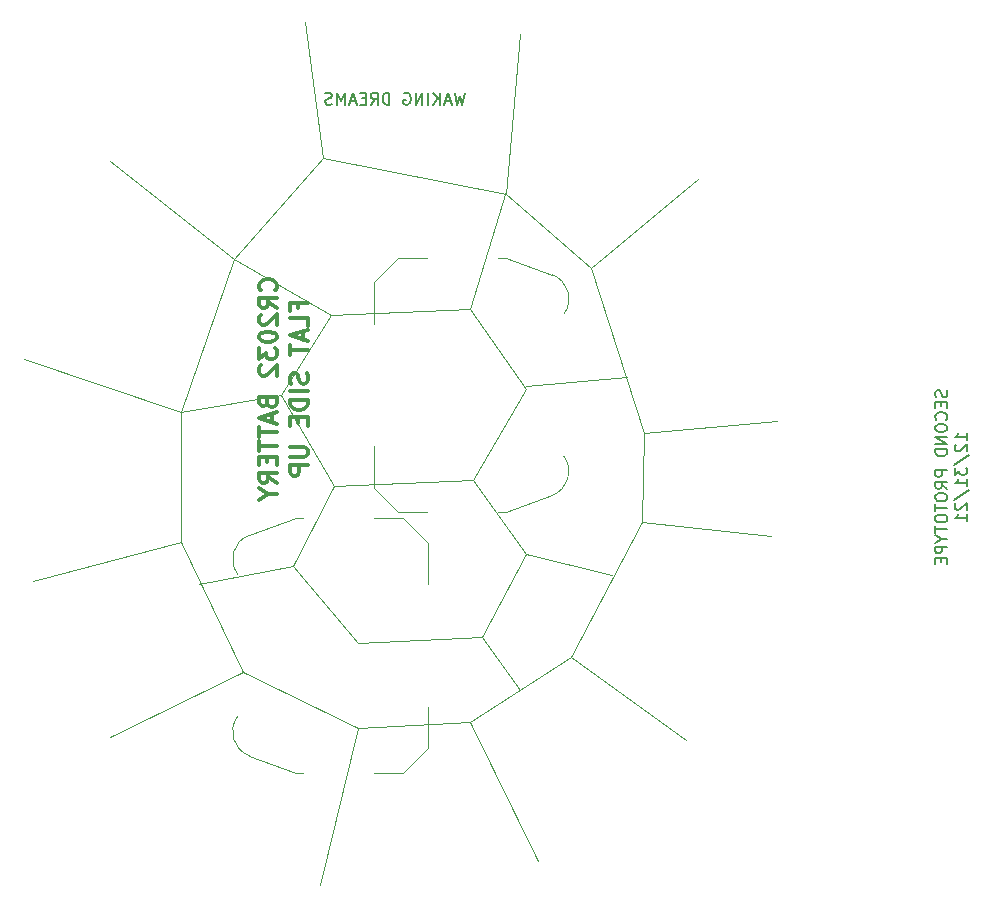
<source format=gbr>
G04 #@! TF.GenerationSoftware,KiCad,Pcbnew,(5.1.12-1-10_14)*
G04 #@! TF.CreationDate,2021-12-30T21:01:29-05:00*
G04 #@! TF.ProjectId,blinky,626c696e-6b79-42e6-9b69-6361645f7063,rev?*
G04 #@! TF.SameCoordinates,Original*
G04 #@! TF.FileFunction,Legend,Bot*
G04 #@! TF.FilePolarity,Positive*
%FSLAX46Y46*%
G04 Gerber Fmt 4.6, Leading zero omitted, Abs format (unit mm)*
G04 Created by KiCad (PCBNEW (5.1.12-1-10_14)) date 2021-12-30 21:01:29*
%MOMM*%
%LPD*%
G01*
G04 APERTURE LIST*
%ADD10C,0.150000*%
%ADD11C,0.120000*%
%ADD12C,0.375000*%
G04 APERTURE END LIST*
D10*
X128329761Y-118142857D02*
X128377380Y-118285714D01*
X128377380Y-118523809D01*
X128329761Y-118619047D01*
X128282142Y-118666666D01*
X128186904Y-118714285D01*
X128091666Y-118714285D01*
X127996428Y-118666666D01*
X127948809Y-118619047D01*
X127901190Y-118523809D01*
X127853571Y-118333333D01*
X127805952Y-118238095D01*
X127758333Y-118190476D01*
X127663095Y-118142857D01*
X127567857Y-118142857D01*
X127472619Y-118190476D01*
X127425000Y-118238095D01*
X127377380Y-118333333D01*
X127377380Y-118571428D01*
X127425000Y-118714285D01*
X127853571Y-119142857D02*
X127853571Y-119476190D01*
X128377380Y-119619047D02*
X128377380Y-119142857D01*
X127377380Y-119142857D01*
X127377380Y-119619047D01*
X128282142Y-120619047D02*
X128329761Y-120571428D01*
X128377380Y-120428571D01*
X128377380Y-120333333D01*
X128329761Y-120190476D01*
X128234523Y-120095238D01*
X128139285Y-120047619D01*
X127948809Y-120000000D01*
X127805952Y-120000000D01*
X127615476Y-120047619D01*
X127520238Y-120095238D01*
X127425000Y-120190476D01*
X127377380Y-120333333D01*
X127377380Y-120428571D01*
X127425000Y-120571428D01*
X127472619Y-120619047D01*
X127377380Y-121238095D02*
X127377380Y-121428571D01*
X127425000Y-121523809D01*
X127520238Y-121619047D01*
X127710714Y-121666666D01*
X128044047Y-121666666D01*
X128234523Y-121619047D01*
X128329761Y-121523809D01*
X128377380Y-121428571D01*
X128377380Y-121238095D01*
X128329761Y-121142857D01*
X128234523Y-121047619D01*
X128044047Y-121000000D01*
X127710714Y-121000000D01*
X127520238Y-121047619D01*
X127425000Y-121142857D01*
X127377380Y-121238095D01*
X128377380Y-122095238D02*
X127377380Y-122095238D01*
X128377380Y-122666666D01*
X127377380Y-122666666D01*
X128377380Y-123142857D02*
X127377380Y-123142857D01*
X127377380Y-123380952D01*
X127425000Y-123523809D01*
X127520238Y-123619047D01*
X127615476Y-123666666D01*
X127805952Y-123714285D01*
X127948809Y-123714285D01*
X128139285Y-123666666D01*
X128234523Y-123619047D01*
X128329761Y-123523809D01*
X128377380Y-123380952D01*
X128377380Y-123142857D01*
X128377380Y-124904761D02*
X127377380Y-124904761D01*
X127377380Y-125285714D01*
X127425000Y-125380952D01*
X127472619Y-125428571D01*
X127567857Y-125476190D01*
X127710714Y-125476190D01*
X127805952Y-125428571D01*
X127853571Y-125380952D01*
X127901190Y-125285714D01*
X127901190Y-124904761D01*
X128377380Y-126476190D02*
X127901190Y-126142857D01*
X128377380Y-125904761D02*
X127377380Y-125904761D01*
X127377380Y-126285714D01*
X127425000Y-126380952D01*
X127472619Y-126428571D01*
X127567857Y-126476190D01*
X127710714Y-126476190D01*
X127805952Y-126428571D01*
X127853571Y-126380952D01*
X127901190Y-126285714D01*
X127901190Y-125904761D01*
X127377380Y-127095238D02*
X127377380Y-127285714D01*
X127425000Y-127380952D01*
X127520238Y-127476190D01*
X127710714Y-127523809D01*
X128044047Y-127523809D01*
X128234523Y-127476190D01*
X128329761Y-127380952D01*
X128377380Y-127285714D01*
X128377380Y-127095238D01*
X128329761Y-127000000D01*
X128234523Y-126904761D01*
X128044047Y-126857142D01*
X127710714Y-126857142D01*
X127520238Y-126904761D01*
X127425000Y-127000000D01*
X127377380Y-127095238D01*
X127377380Y-127809523D02*
X127377380Y-128380952D01*
X128377380Y-128095238D02*
X127377380Y-128095238D01*
X127377380Y-128904761D02*
X127377380Y-129095238D01*
X127425000Y-129190476D01*
X127520238Y-129285714D01*
X127710714Y-129333333D01*
X128044047Y-129333333D01*
X128234523Y-129285714D01*
X128329761Y-129190476D01*
X128377380Y-129095238D01*
X128377380Y-128904761D01*
X128329761Y-128809523D01*
X128234523Y-128714285D01*
X128044047Y-128666666D01*
X127710714Y-128666666D01*
X127520238Y-128714285D01*
X127425000Y-128809523D01*
X127377380Y-128904761D01*
X127377380Y-129619047D02*
X127377380Y-130190476D01*
X128377380Y-129904761D02*
X127377380Y-129904761D01*
X127901190Y-130714285D02*
X128377380Y-130714285D01*
X127377380Y-130380952D02*
X127901190Y-130714285D01*
X127377380Y-131047619D01*
X128377380Y-131380952D02*
X127377380Y-131380952D01*
X127377380Y-131761904D01*
X127425000Y-131857142D01*
X127472619Y-131904761D01*
X127567857Y-131952380D01*
X127710714Y-131952380D01*
X127805952Y-131904761D01*
X127853571Y-131857142D01*
X127901190Y-131761904D01*
X127901190Y-131380952D01*
X127853571Y-132380952D02*
X127853571Y-132714285D01*
X128377380Y-132857142D02*
X128377380Y-132380952D01*
X127377380Y-132380952D01*
X127377380Y-132857142D01*
X130027380Y-122357142D02*
X130027380Y-121785714D01*
X130027380Y-122071428D02*
X129027380Y-122071428D01*
X129170238Y-121976190D01*
X129265476Y-121880952D01*
X129313095Y-121785714D01*
X129122619Y-122738095D02*
X129075000Y-122785714D01*
X129027380Y-122880952D01*
X129027380Y-123119047D01*
X129075000Y-123214285D01*
X129122619Y-123261904D01*
X129217857Y-123309523D01*
X129313095Y-123309523D01*
X129455952Y-123261904D01*
X130027380Y-122690476D01*
X130027380Y-123309523D01*
X128979761Y-124452380D02*
X130265476Y-123595238D01*
X129027380Y-124690476D02*
X129027380Y-125309523D01*
X129408333Y-124976190D01*
X129408333Y-125119047D01*
X129455952Y-125214285D01*
X129503571Y-125261904D01*
X129598809Y-125309523D01*
X129836904Y-125309523D01*
X129932142Y-125261904D01*
X129979761Y-125214285D01*
X130027380Y-125119047D01*
X130027380Y-124833333D01*
X129979761Y-124738095D01*
X129932142Y-124690476D01*
X130027380Y-126261904D02*
X130027380Y-125690476D01*
X130027380Y-125976190D02*
X129027380Y-125976190D01*
X129170238Y-125880952D01*
X129265476Y-125785714D01*
X129313095Y-125690476D01*
X128979761Y-127404761D02*
X130265476Y-126547619D01*
X129122619Y-127690476D02*
X129075000Y-127738095D01*
X129027380Y-127833333D01*
X129027380Y-128071428D01*
X129075000Y-128166666D01*
X129122619Y-128214285D01*
X129217857Y-128261904D01*
X129313095Y-128261904D01*
X129455952Y-128214285D01*
X130027380Y-127642857D01*
X130027380Y-128261904D01*
X130027380Y-129214285D02*
X130027380Y-128642857D01*
X130027380Y-128928571D02*
X129027380Y-128928571D01*
X129170238Y-128833333D01*
X129265476Y-128738095D01*
X129313095Y-128642857D01*
D11*
X73000000Y-133000000D02*
X65000000Y-134500000D01*
X72000000Y-118500000D02*
X63500000Y-120000000D01*
X76250000Y-111750000D02*
X68000000Y-107000000D01*
X88000000Y-111250000D02*
X91000000Y-101250000D01*
X92750000Y-117750000D02*
X101250000Y-117000000D01*
X92750000Y-132000000D02*
X100000000Y-133750000D01*
X89000000Y-139000000D02*
X92250000Y-143500000D01*
X92750000Y-132000000D02*
X88250000Y-125750000D01*
X89000000Y-139000000D02*
X92750000Y-132000000D01*
X78500000Y-139500000D02*
X89000000Y-139000000D01*
X73000000Y-133000000D02*
X78500000Y-139500000D01*
X76500000Y-126250000D02*
X73000000Y-133000000D01*
X72000000Y-118500000D02*
X76250000Y-111750000D01*
X76500000Y-126250000D02*
X72000000Y-118500000D01*
X88250000Y-125750000D02*
X76500000Y-126250000D01*
X92750000Y-118000000D02*
X88250000Y-125750000D01*
X88000000Y-111250000D02*
X92750000Y-118000000D01*
X76250000Y-111750000D02*
X88000000Y-111250000D01*
X75500000Y-98500000D02*
X91000000Y-101500000D01*
X91000000Y-101500000D02*
X92250000Y-88000000D01*
X98250000Y-107750000D02*
X91000000Y-101500000D01*
X98250000Y-107750000D02*
X107250000Y-100250000D01*
X102750000Y-121750000D02*
X98250000Y-107750000D01*
X102750000Y-121750000D02*
X114000000Y-120750000D01*
X102500000Y-129250000D02*
X102750000Y-121750000D01*
X102500000Y-129250000D02*
X113500000Y-130500000D01*
X96500000Y-140750000D02*
X102500000Y-129250000D01*
X96500000Y-140750000D02*
X106250000Y-147750000D01*
X88000000Y-146250000D02*
X96500000Y-140750000D01*
X88000000Y-146250000D02*
X93750000Y-158000000D01*
X78500000Y-146750000D02*
X88000000Y-146250000D01*
X78500000Y-146750000D02*
X75250000Y-160000000D01*
X68750000Y-142000000D02*
X78500000Y-146750000D01*
X68750000Y-142000000D02*
X57500000Y-147500000D01*
X63500000Y-131000000D02*
X68750000Y-142000000D01*
X63500000Y-131000000D02*
X51000000Y-134250000D01*
X63500000Y-120000000D02*
X63500000Y-131000000D01*
X63500000Y-120000000D02*
X50250000Y-115500000D01*
X68000000Y-107000000D02*
X63500000Y-120000000D01*
X68000000Y-107000000D02*
X57500000Y-98750000D01*
X75500000Y-98500000D02*
X68000000Y-107000000D01*
X74000000Y-87000000D02*
X75500000Y-98500000D01*
D10*
X87528571Y-92952380D02*
X87290476Y-93952380D01*
X87100000Y-93238095D01*
X86909523Y-93952380D01*
X86671428Y-92952380D01*
X86338095Y-93666666D02*
X85861904Y-93666666D01*
X86433333Y-93952380D02*
X86100000Y-92952380D01*
X85766666Y-93952380D01*
X85433333Y-93952380D02*
X85433333Y-92952380D01*
X84861904Y-93952380D02*
X85290476Y-93380952D01*
X84861904Y-92952380D02*
X85433333Y-93523809D01*
X84433333Y-93952380D02*
X84433333Y-92952380D01*
X83957142Y-93952380D02*
X83957142Y-92952380D01*
X83385714Y-93952380D01*
X83385714Y-92952380D01*
X82385714Y-93000000D02*
X82480952Y-92952380D01*
X82623809Y-92952380D01*
X82766666Y-93000000D01*
X82861904Y-93095238D01*
X82909523Y-93190476D01*
X82957142Y-93380952D01*
X82957142Y-93523809D01*
X82909523Y-93714285D01*
X82861904Y-93809523D01*
X82766666Y-93904761D01*
X82623809Y-93952380D01*
X82528571Y-93952380D01*
X82385714Y-93904761D01*
X82338095Y-93857142D01*
X82338095Y-93523809D01*
X82528571Y-93523809D01*
X81147619Y-93952380D02*
X81147619Y-92952380D01*
X80909523Y-92952380D01*
X80766666Y-93000000D01*
X80671428Y-93095238D01*
X80623809Y-93190476D01*
X80576190Y-93380952D01*
X80576190Y-93523809D01*
X80623809Y-93714285D01*
X80671428Y-93809523D01*
X80766666Y-93904761D01*
X80909523Y-93952380D01*
X81147619Y-93952380D01*
X79576190Y-93952380D02*
X79909523Y-93476190D01*
X80147619Y-93952380D02*
X80147619Y-92952380D01*
X79766666Y-92952380D01*
X79671428Y-93000000D01*
X79623809Y-93047619D01*
X79576190Y-93142857D01*
X79576190Y-93285714D01*
X79623809Y-93380952D01*
X79671428Y-93428571D01*
X79766666Y-93476190D01*
X80147619Y-93476190D01*
X79147619Y-93428571D02*
X78814285Y-93428571D01*
X78671428Y-93952380D02*
X79147619Y-93952380D01*
X79147619Y-92952380D01*
X78671428Y-92952380D01*
X78290476Y-93666666D02*
X77814285Y-93666666D01*
X78385714Y-93952380D02*
X78052380Y-92952380D01*
X77719047Y-93952380D01*
X77385714Y-93952380D02*
X77385714Y-92952380D01*
X77052380Y-93666666D01*
X76719047Y-92952380D01*
X76719047Y-93952380D01*
X76290476Y-93904761D02*
X76147619Y-93952380D01*
X75909523Y-93952380D01*
X75814285Y-93904761D01*
X75766666Y-93857142D01*
X75719047Y-93761904D01*
X75719047Y-93666666D01*
X75766666Y-93571428D01*
X75814285Y-93523809D01*
X75909523Y-93476190D01*
X76100000Y-93428571D01*
X76195238Y-93380952D01*
X76242857Y-93333333D01*
X76290476Y-93238095D01*
X76290476Y-93142857D01*
X76242857Y-93047619D01*
X76195238Y-93000000D01*
X76100000Y-92952380D01*
X75861904Y-92952380D01*
X75719047Y-93000000D01*
D12*
X71473214Y-109678571D02*
X71544642Y-109607142D01*
X71616071Y-109392857D01*
X71616071Y-109250000D01*
X71544642Y-109035714D01*
X71401785Y-108892857D01*
X71258928Y-108821428D01*
X70973214Y-108750000D01*
X70758928Y-108750000D01*
X70473214Y-108821428D01*
X70330357Y-108892857D01*
X70187500Y-109035714D01*
X70116071Y-109250000D01*
X70116071Y-109392857D01*
X70187500Y-109607142D01*
X70258928Y-109678571D01*
X71616071Y-111178571D02*
X70901785Y-110678571D01*
X71616071Y-110321428D02*
X70116071Y-110321428D01*
X70116071Y-110892857D01*
X70187500Y-111035714D01*
X70258928Y-111107142D01*
X70401785Y-111178571D01*
X70616071Y-111178571D01*
X70758928Y-111107142D01*
X70830357Y-111035714D01*
X70901785Y-110892857D01*
X70901785Y-110321428D01*
X70258928Y-111750000D02*
X70187500Y-111821428D01*
X70116071Y-111964285D01*
X70116071Y-112321428D01*
X70187500Y-112464285D01*
X70258928Y-112535714D01*
X70401785Y-112607142D01*
X70544642Y-112607142D01*
X70758928Y-112535714D01*
X71616071Y-111678571D01*
X71616071Y-112607142D01*
X70116071Y-113535714D02*
X70116071Y-113678571D01*
X70187500Y-113821428D01*
X70258928Y-113892857D01*
X70401785Y-113964285D01*
X70687500Y-114035714D01*
X71044642Y-114035714D01*
X71330357Y-113964285D01*
X71473214Y-113892857D01*
X71544642Y-113821428D01*
X71616071Y-113678571D01*
X71616071Y-113535714D01*
X71544642Y-113392857D01*
X71473214Y-113321428D01*
X71330357Y-113250000D01*
X71044642Y-113178571D01*
X70687500Y-113178571D01*
X70401785Y-113250000D01*
X70258928Y-113321428D01*
X70187500Y-113392857D01*
X70116071Y-113535714D01*
X70116071Y-114535714D02*
X70116071Y-115464285D01*
X70687500Y-114964285D01*
X70687500Y-115178571D01*
X70758928Y-115321428D01*
X70830357Y-115392857D01*
X70973214Y-115464285D01*
X71330357Y-115464285D01*
X71473214Y-115392857D01*
X71544642Y-115321428D01*
X71616071Y-115178571D01*
X71616071Y-114750000D01*
X71544642Y-114607142D01*
X71473214Y-114535714D01*
X70258928Y-116035714D02*
X70187500Y-116107142D01*
X70116071Y-116250000D01*
X70116071Y-116607142D01*
X70187500Y-116750000D01*
X70258928Y-116821428D01*
X70401785Y-116892857D01*
X70544642Y-116892857D01*
X70758928Y-116821428D01*
X71616071Y-115964285D01*
X71616071Y-116892857D01*
X70830357Y-119178571D02*
X70901785Y-119392857D01*
X70973214Y-119464285D01*
X71116071Y-119535714D01*
X71330357Y-119535714D01*
X71473214Y-119464285D01*
X71544642Y-119392857D01*
X71616071Y-119250000D01*
X71616071Y-118678571D01*
X70116071Y-118678571D01*
X70116071Y-119178571D01*
X70187500Y-119321428D01*
X70258928Y-119392857D01*
X70401785Y-119464285D01*
X70544642Y-119464285D01*
X70687500Y-119392857D01*
X70758928Y-119321428D01*
X70830357Y-119178571D01*
X70830357Y-118678571D01*
X71187500Y-120107142D02*
X71187500Y-120821428D01*
X71616071Y-119964285D02*
X70116071Y-120464285D01*
X71616071Y-120964285D01*
X70116071Y-121250000D02*
X70116071Y-122107142D01*
X71616071Y-121678571D02*
X70116071Y-121678571D01*
X70116071Y-122392857D02*
X70116071Y-123250000D01*
X71616071Y-122821428D02*
X70116071Y-122821428D01*
X70830357Y-123750000D02*
X70830357Y-124250000D01*
X71616071Y-124464285D02*
X71616071Y-123750000D01*
X70116071Y-123750000D01*
X70116071Y-124464285D01*
X71616071Y-125964285D02*
X70901785Y-125464285D01*
X71616071Y-125107142D02*
X70116071Y-125107142D01*
X70116071Y-125678571D01*
X70187500Y-125821428D01*
X70258928Y-125892857D01*
X70401785Y-125964285D01*
X70616071Y-125964285D01*
X70758928Y-125892857D01*
X70830357Y-125821428D01*
X70901785Y-125678571D01*
X70901785Y-125107142D01*
X70901785Y-126892857D02*
X71616071Y-126892857D01*
X70116071Y-126392857D02*
X70901785Y-126892857D01*
X70116071Y-127392857D01*
X73455357Y-111214285D02*
X73455357Y-110714285D01*
X74241071Y-110714285D02*
X72741071Y-110714285D01*
X72741071Y-111428571D01*
X74241071Y-112714285D02*
X74241071Y-112000000D01*
X72741071Y-112000000D01*
X73812500Y-113142857D02*
X73812500Y-113857142D01*
X74241071Y-113000000D02*
X72741071Y-113500000D01*
X74241071Y-114000000D01*
X72741071Y-114285714D02*
X72741071Y-115142857D01*
X74241071Y-114714285D02*
X72741071Y-114714285D01*
X74169642Y-116714285D02*
X74241071Y-116928571D01*
X74241071Y-117285714D01*
X74169642Y-117428571D01*
X74098214Y-117500000D01*
X73955357Y-117571428D01*
X73812500Y-117571428D01*
X73669642Y-117500000D01*
X73598214Y-117428571D01*
X73526785Y-117285714D01*
X73455357Y-117000000D01*
X73383928Y-116857142D01*
X73312500Y-116785714D01*
X73169642Y-116714285D01*
X73026785Y-116714285D01*
X72883928Y-116785714D01*
X72812500Y-116857142D01*
X72741071Y-117000000D01*
X72741071Y-117357142D01*
X72812500Y-117571428D01*
X74241071Y-118214285D02*
X72741071Y-118214285D01*
X74241071Y-118928571D02*
X72741071Y-118928571D01*
X72741071Y-119285714D01*
X72812500Y-119500000D01*
X72955357Y-119642857D01*
X73098214Y-119714285D01*
X73383928Y-119785714D01*
X73598214Y-119785714D01*
X73883928Y-119714285D01*
X74026785Y-119642857D01*
X74169642Y-119500000D01*
X74241071Y-119285714D01*
X74241071Y-118928571D01*
X73455357Y-120428571D02*
X73455357Y-120928571D01*
X74241071Y-121142857D02*
X74241071Y-120428571D01*
X72741071Y-120428571D01*
X72741071Y-121142857D01*
X72741071Y-122928571D02*
X73955357Y-122928571D01*
X74098214Y-123000000D01*
X74169642Y-123071428D01*
X74241071Y-123214285D01*
X74241071Y-123500000D01*
X74169642Y-123642857D01*
X74098214Y-123714285D01*
X73955357Y-123785714D01*
X72741071Y-123785714D01*
X74241071Y-124500000D02*
X72741071Y-124500000D01*
X72741071Y-125071428D01*
X72812500Y-125214285D01*
X72883928Y-125285714D01*
X73026785Y-125357142D01*
X73241071Y-125357142D01*
X73383928Y-125285714D01*
X73455357Y-125214285D01*
X73526785Y-125071428D01*
X73526785Y-124500000D01*
D11*
G04 #@! TO.C,BT1*
X73249000Y-150513500D02*
X69299000Y-149073500D01*
X84419000Y-148433500D02*
X82339000Y-150513500D01*
X84419000Y-144933500D02*
X84419000Y-148433500D01*
X84419000Y-131033500D02*
X82339000Y-128953500D01*
X73249000Y-128953500D02*
X69299000Y-130393500D01*
X82339000Y-150513500D02*
X79879000Y-150513500D01*
X73879000Y-150513500D02*
X73249000Y-150513500D01*
X82339000Y-128953500D02*
X79879000Y-128953500D01*
X73879000Y-128953500D02*
X73249000Y-128953500D01*
X84419000Y-131033500D02*
X84419000Y-134533500D01*
X68312470Y-145736854D02*
G75*
G03*
X69299000Y-149073500I1716530J-1306646D01*
G01*
X69290831Y-130408256D02*
G75*
G03*
X68329000Y-133733500I738169J-2015244D01*
G01*
G04 #@! TO.C,BT2*
X90986500Y-106919000D02*
X94936500Y-108359000D01*
X79816500Y-108999000D02*
X81896500Y-106919000D01*
X79816500Y-112499000D02*
X79816500Y-108999000D01*
X79816500Y-126399000D02*
X81896500Y-128479000D01*
X90986500Y-128479000D02*
X94936500Y-127039000D01*
X81896500Y-106919000D02*
X84356500Y-106919000D01*
X90356500Y-106919000D02*
X90986500Y-106919000D01*
X81896500Y-128479000D02*
X84356500Y-128479000D01*
X90356500Y-128479000D02*
X90986500Y-128479000D01*
X79816500Y-126399000D02*
X79816500Y-122899000D01*
X95923030Y-111695646D02*
G75*
G03*
X94936500Y-108359000I-1716530J1306646D01*
G01*
X94944669Y-127024244D02*
G75*
G03*
X95906500Y-123699000I-738169J2015244D01*
G01*
G04 #@! TD*
M02*

</source>
